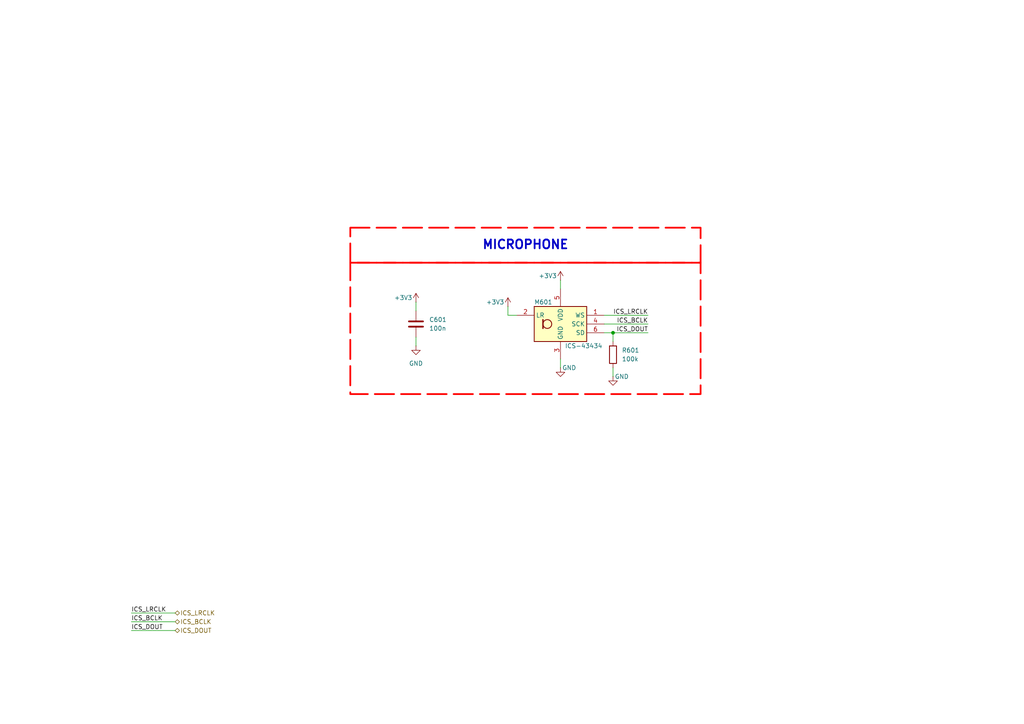
<source format=kicad_sch>
(kicad_sch (version 20231120) (generator "eeschema") (generator_version "8.0")
  (paper "A4")
  (title_block (title "APDS-9960") (date "2024-04-09") (company "MQuero"))
  (lib_symbols
    (symbol "Device:C" (pin_numbers hide) (pin_names (offset 0.254))
      (property "Reference" "C" (at 0.635 2.54 0))
      (property "Value" "C" (at 0.635 -2.54 0))
      (symbol "C_0_1"
        (polyline (pts (xy -2.032 -0.762) (xy 2.032 -0.762)) (stroke (width 0.508)))
        (polyline (pts (xy -2.032 0.762) (xy 2.032 0.762)) (stroke (width 0.508)))
      )
      (symbol "C_1_1"
        (pin passive line (at 0 3.81 270) (length 2.794) (name "~") (number "1"))
        (pin passive line (at 0 -3.81 90) (length 2.794) (name "~") (number "2"))
      )
    )
    (symbol "Device:R" (pin_numbers hide) (pin_names (offset 0))
      (property "Reference" "R" (at 2.032 0 90))
      (property "Value" "R" (at 0 0 90))
      (symbol "R_0_1"
        (rectangle (start -1.016 -2.54) (end 1.016 2.54) (stroke (width 0.254)))
      )
      (symbol "R_1_1"
        (pin passive line (at 0 3.81 270) (length 1.27) (name "~") (number "1"))
        (pin passive line (at 0 -3.81 90) (length 1.27) (name "~") (number "2"))
      )
    )
    (symbol "TFG:ICS-43434"
      (property "Reference" "M" (at 0 1.27 0))
      (property "Value" "ICS-43434" (at 8.89 -11.43 0))
      (symbol "ICS-43434_1_1"
        (polyline (pts (xy 2.54 -3.81) (xy 2.54 -6.35)) (stroke (width 0.381)))
        (rectangle (start 0 0) (end 15.24 -10.16) (stroke (width 0.254)) (fill (type background)))
        (circle (center 3.81 -5.08) (radius 1.27) (stroke (width 0.254)))
        (pin unspecified line (at 20.32 -2.54 180) (length 5.08) (name "WS") (number "1"))
        (pin unspecified line (at -5.08 -2.54 0) (length 5.08) (name "LR") (number "2"))
        (pin power_in line (at 7.62 -15.24 90) (length 5.08) (name "GND") (number "3"))
        (pin unspecified line (at 20.32 -5.08 180) (length 5.08) (name "SCK") (number "4"))
        (pin power_in line (at 7.62 5.08 270) (length 5.08) (name "VDD") (number "5"))
        (pin unspecified line (at 20.32 -7.62 180) (length 5.08) (name "SD") (number "6"))
      )
    )
    (symbol "power:+3V3" (power) (pin_numbers hide) (pin_names (offset 0) hide)
      (property "Value" "+3V3" (at 0 3.556 0))
      (symbol "+3V3_0_1"
        (polyline (pts (xy -0.762 1.27) (xy 0 2.54)))
        (polyline (pts (xy 0 0) (xy 0 2.54)))
        (polyline (pts (xy 0 2.54) (xy 0.762 1.27)))
      )
      (symbol "+3V3_1_1"
        (pin power_in line (at 0 0 90) (length 0) (name "~") (number "1"))
      )
    )
    (symbol "power:GND" (power) (pin_numbers hide) (pin_names (offset 0) hide)
      (property "Value" "GND" (at 0 -3.81 0))
      (symbol "GND_0_1"
        (polyline (pts (xy 0 0) (xy 0 -1.27) (xy 1.27 -1.27) (xy 0 -2.54) (xy -1.27 -1.27) (xy 0 -1.27)))
      )
      (symbol "GND_1_1"
        (pin power_in line (at 0 0 270) (length 0) (name "~") (number "1"))
      )
    )
  )
  (junction (at 177.8 96.52))
  (wire (pts (xy 177.8 106.68) (xy 177.8 109.22)))
  (wire (pts (xy 187.96 93.98) (xy 175.26 93.98)))
  (wire (pts (xy 187.96 96.52) (xy 177.8 96.52)))
  (wire (pts (xy 120.65 97.79) (xy 120.65 100.33)))
  (wire (pts (xy 38.1 180.34) (xy 50.8 180.34)))
  (wire (pts (xy 120.65 87.63) (xy 120.65 90.17)))
  (wire (pts (xy 162.56 81.28) (xy 162.56 83.82)))
  (wire (pts (xy 38.1 177.8) (xy 50.8 177.8)))
  (wire (pts (xy 175.26 96.52) (xy 177.8 96.52)))
  (wire (pts (xy 147.32 88.9) (xy 147.32 91.44)))
  (wire (pts (xy 162.56 104.14) (xy 162.56 106.68)))
  (wire (pts (xy 147.32 91.44) (xy 149.86 91.44)))
  (wire (pts (xy 38.1 182.88) (xy 50.8 182.88)))
  (wire (pts (xy 177.8 96.52) (xy 177.8 99.06)))
  (wire (pts (xy 187.96 91.44) (xy 175.26 91.44)))
  (rectangle (start 101.6 76.2) (end 203.2 114.3) (stroke (width 0.508) (type dash) (color 255 0 0 1)))
  (rectangle (start 101.6 66.04) (end 203.2 76.2) (stroke (width 0.508) (type dash) (color 255 0 0 1)))
  (text "MICROPHONE" (at 152.4 71.12 0) (effects (font (size 2.54 2.54) (thickness 0.508) (bold yes))))
  (label "ICS_BCLK" (at 38.1 180.34 0))
  (label "ICS_LRCLK" (at 187.96 91.44 180))
  (label "ICS_BCLK" (at 187.96 93.98 180))
  (label "ICS_LRCLK" (at 38.1 177.8 0))
  (label "ICS_DOUT" (at 187.96 96.52 180))
  (label "ICS_DOUT" (at 38.1 182.88 0))
  (hierarchical_label "ICS_BCLK" (shape bidirectional) (at 50.8 180.34 0))
  (hierarchical_label "ICS_DOUT" (shape bidirectional) (at 50.8 182.88 0))
  (hierarchical_label "ICS_LRCLK" (shape bidirectional) (at 50.8 177.8 0))
  (symbol (lib_id "power:+3V3") (at 162.56 81.28 0) (unit 1)
    (property "Reference" "#PWR0605" (effects (hide yes)))
    (property "Value" "+3V3" (at 156.21 80.01 0) (effects (justify left)))
    (property "Description" "Power symbol creates a global label with name \"+3V3\"" (effects (hide yes)))
  )
  (symbol (lib_id "Device:C") (at 120.65 93.98 0) (unit 1)
    (property "Reference" "C601" (at 124.46 92.7099 0) (effects (justify left)))
    (property "Value" "100n" (at 124.46 95.2499 0) (effects (justify left)))
    (property "Footprint" "Capacitor_SMD:C_0402_1005Metric" (effects (hide yes)))
    (property "Description" "Unpolarized capacitor" (effects (hide yes)))
  )
  (symbol (lib_id "power:GND") (at 177.8 109.22 0) (unit 1)
    (property "Reference" "#PWR0603" (effects (hide yes)))
    (property "Value" "GND" (at 180.34 109.22 0))
    (property "Description" "Power symbol creates a global label with name \"GND\" , ground" (effects (hide yes)))
  )
  (symbol (lib_id "Device:R") (at 177.8 102.87 0) (unit 1)
    (property "Reference" "R601" (at 180.34 101.5999 0) (effects (justify left)))
    (property "Value" "100k" (at 180.34 104.1399 0) (effects (justify left)))
    (property "Footprint" "Resistor_SMD:R_0402_1005Metric" (effects (hide yes)))
    (property "Description" "Resistor" (effects (hide yes)))
  )
  (symbol (lib_id "TFG:ICS-43434") (at 154.94 88.9 0) (unit 1)
    (property "Reference" "M601" (at 154.94 87.63 0) (effects (justify left)))
    (property "Value" "ICS-43434" (at 163.83 100.33 0) (effects (justify left)))
    (property "Footprint" "TFG:ICS-43434" (effects (hide yes)))
    (property "Datasheet" "https://invensense.tdk.com/wp-content/uploads/2016/02/DS-000069-ICS-43434-v1.2.pdf?ref_disty=digikey" (effects (hide yes)))
    (property "Description" "MICROPHONE MEMS DIGITAL I2S OMNI" (effects (hide yes)))
    (property "MQ PN" "TFGM001" (effects (hide yes)))
  )
  (symbol (lib_id "power:GND") (at 120.65 100.33 0) (unit 1)
    (property "Reference" "#PWR0602" (effects (hide yes)))
    (property "Value" "GND" (at 120.65 105.41 0))
    (property "Description" "Power symbol creates a global label with name \"GND\" , ground" (effects (hide yes)))
  )
  (symbol (lib_id "power:GND") (at 162.56 106.68 0) (unit 1)
    (property "Reference" "#PWR0604" (effects (hide yes)))
    (property "Value" "GND" (at 165.1 106.68 0))
    (property "Description" "Power symbol creates a global label with name \"GND\" , ground" (effects (hide yes)))
  )
  (symbol (lib_id "power:+3V3") (at 120.65 87.63 0) (unit 1)
    (property "Reference" "#PWR0601" (effects (hide yes)))
    (property "Value" "+3V3" (at 114.3 86.36 0) (effects (justify left)))
    (property "Description" "Power symbol creates a global label with name \"+3V3\"" (effects (hide yes)))
  )
  (symbol (lib_id "power:+3V3") (at 147.32 88.9 0) (unit 1)
    (property "Reference" "#PWR0606" (effects (hide yes)))
    (property "Value" "+3V3" (at 140.97 87.63 0) (effects (justify left)))
    (property "Description" "Power symbol creates a global label with name \"+3V3\"" (effects (hide yes)))
  )
)
</source>
